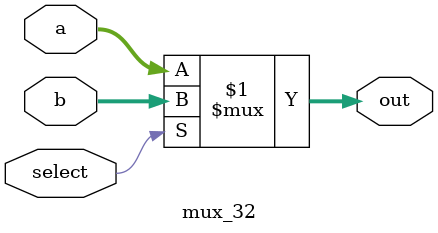
<source format=v>
`timescale 1ns / 1ps


module mux_32(
    input wire [31:0] a,
    input wire [31:0] b,
    input wire select,
    output wire [31:0] out
    );
    assign out = select? b : a;
endmodule

</source>
